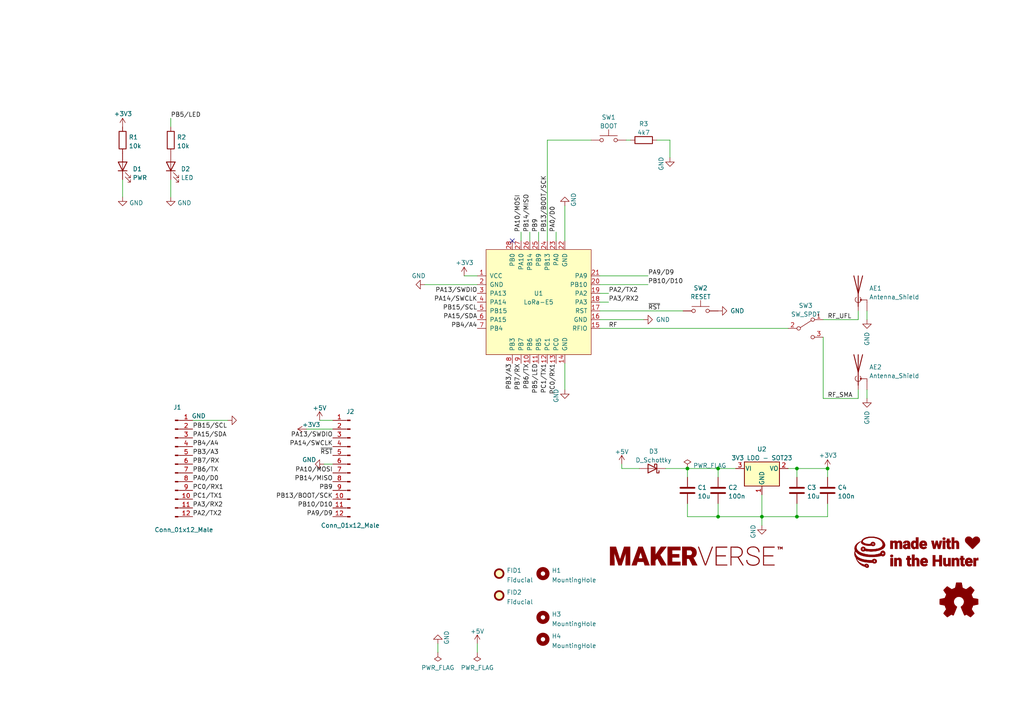
<source format=kicad_sch>
(kicad_sch (version 20211123) (generator eeschema)
  (paper "A4")
  (lib_symbols
    (symbol "Connector:Conn_01x12_Male" (pin_names (offset 1.016) hide)
      (property "Reference" "J" (at 0 15.24 0))
      (property "Value" "Conn_01x12_Male" (at 0 -17.78 0))
      (symbol "Conn_01x12_Male_1_1"
        (pin passive line (at 5.08 12.7 180) (length 3.81) (name "Pin_1") (number "1"))
        (pin passive line (at 5.08 -10.16 180) (length 3.81) (name "Pin_10") (number "10"))
        (pin passive line (at 5.08 -12.7 180) (length 3.81) (name "Pin_11") (number "11"))
        (pin passive line (at 5.08 -15.24 180) (length 3.81) (name "Pin_12") (number "12"))
        (pin passive line (at 5.08 10.16 180) (length 3.81) (name "Pin_2") (number "2"))
        (pin passive line (at 5.08 7.62 180) (length 3.81) (name "Pin_3") (number "3"))
        (pin passive line (at 5.08 5.08 180) (length 3.81) (name "Pin_4") (number "4"))
        (pin passive line (at 5.08 2.54 180) (length 3.81) (name "Pin_5") (number "5"))
        (pin passive line (at 5.08 0 180) (length 3.81) (name "Pin_6") (number "6"))
        (pin passive line (at 5.08 -2.54 180) (length 3.81) (name "Pin_7") (number "7"))
        (pin passive line (at 5.08 -5.08 180) (length 3.81) (name "Pin_8") (number "8"))
        (pin passive line (at 5.08 -7.62 180) (length 3.81) (name "Pin_9") (number "9"))
      )
    )
    (symbol "CoreElectronics_Artwork:LOGO_CoreElectronics_made-with-love" (pin_names (offset 1.016)))
    (symbol "CoreElectronics_Artwork:LOGO_Makerverse" (pin_names (offset 1.016)))
    (symbol "Device:Antenna_Shield" (pin_numbers hide) (pin_names (offset 1.016) hide)
      (property "Reference" "AE" (at -1.905 4.445 0))
      (property "Value" "Antenna_Shield" (at -1.905 2.54 0))
      (symbol "Antenna_Shield_1_1"
        (pin input line (at 0 -5.08 90) (length 2.54) (name "A") (number "1"))
        (pin input line (at 2.54 -5.08 90) (length 2.54) (name "Shield") (number "2"))
      )
    )
    (symbol "Device:C" (pin_numbers hide) (pin_names (offset 0.254))
      (property "Reference" "C" (at 0.635 2.54 0))
      (property "Value" "C" (at 0.635 -2.54 0))
      (symbol "C_1_1"
        (pin passive line (at 0 3.81 270) (length 2.794) (name "~") (number "1"))
        (pin passive line (at 0 -3.81 90) (length 2.794) (name "~") (number "2"))
      )
    )
    (symbol "Device:D_Schottky" (pin_numbers hide) (pin_names (offset 1.016) hide)
      (property "Reference" "D" (at 0 2.54 0))
      (property "Value" "D_Schottky" (at 0 -2.54 0))
      (symbol "D_Schottky_1_1"
        (pin passive line (at -3.81 0 0) (length 2.54) (name "K") (number "1"))
        (pin passive line (at 3.81 0 180) (length 2.54) (name "A") (number "2"))
      )
    )
    (symbol "Device:LED" (pin_numbers hide) (pin_names (offset 1.016) hide)
      (property "Reference" "D" (at 0 2.54 0))
      (property "Value" "LED" (at 0 -2.54 0))
      (symbol "LED_1_1"
        (pin passive line (at -3.81 0 0) (length 2.54) (name "K") (number "1"))
        (pin passive line (at 3.81 0 180) (length 2.54) (name "A") (number "2"))
      )
    )
    (symbol "Device:R" (pin_numbers hide) (pin_names (offset 0))
      (property "Reference" "R" (at 2.032 0 90))
      (property "Value" "R" (at 0 0 90))
      (symbol "R_1_1"
        (pin passive line (at 0 3.81 270) (length 1.27) (name "~") (number "1"))
        (pin passive line (at 0 -3.81 90) (length 1.27) (name "~") (number "2"))
      )
    )
    (symbol "Graphic:Logo_Open_Hardware_Small" (pin_names (offset 1.016)))
    (symbol "LoRa-E5:LoRa-E5" (pin_names (offset 1.016))
      (property "Reference" "U" (at 0 0 0))
      (property "Value" "LoRa-E5" (at 0 2.54 0))
      (symbol "LoRa-E5_1_1"
        (pin input line (at -17.78 7.62 0) (length 2.54) (name "VCC") (number "1"))
        (pin input line (at -2.54 -17.78 90) (length 2.54) (name "PB6") (number "10"))
        (pin input line (at 0 -17.78 90) (length 2.54) (name "PB5") (number "11"))
        (pin input line (at 2.54 -17.78 90) (length 2.54) (name "PC1") (number "12"))
        (pin input line (at 5.08 -17.78 90) (length 2.54) (name "PC0") (number "13"))
        (pin input line (at 7.62 -17.78 90) (length 2.54) (name "GND") (number "14"))
        (pin input line (at 17.78 -7.62 180) (length 2.54) (name "RFIO") (number "15"))
        (pin input line (at 17.78 -5.08 180) (length 2.54) (name "GND") (number "16"))
        (pin input line (at 17.78 -2.54 180) (length 2.54) (name "RST") (number "17"))
        (pin input line (at 17.78 0 180) (length 2.54) (name "PA3") (number "18"))
        (pin input line (at 17.78 2.54 180) (length 2.54) (name "PA2") (number "19"))
        (pin input line (at -17.78 5.08 0) (length 2.54) (name "GND") (number "2"))
        (pin input line (at 17.78 5.08 180) (length 2.54) (name "PB10") (number "20"))
        (pin input line (at 17.78 7.62 180) (length 2.54) (name "PA9") (number "21"))
        (pin input line (at 7.62 17.78 270) (length 2.54) (name "GND") (number "22"))
        (pin input line (at 5.08 17.78 270) (length 2.54) (name "PA0") (number "23"))
        (pin input line (at 2.54 17.78 270) (length 2.54) (name "PB13~{}") (number "24"))
        (pin input line (at 0 17.78 270) (length 2.54) (name "PB9") (number "25"))
        (pin input line (at -2.54 17.78 270) (length 2.54) (name "PB14") (number "26"))
        (pin input line (at -5.08 17.78 270) (length 2.54) (name "PA10") (number "27"))
        (pin input line (at -7.62 17.78 270) (length 2.54) (name "PB0") (number "28"))
        (pin input line (at -17.78 2.54 0) (length 2.54) (name "PA13") (number "3"))
        (pin input line (at -17.78 0 0) (length 2.54) (name "PA14") (number "4"))
        (pin input line (at -17.78 -2.54 0) (length 2.54) (name "PB15") (number "5"))
        (pin input line (at -17.78 -5.08 0) (length 2.54) (name "PA15") (number "6"))
        (pin input line (at -17.78 -7.62 0) (length 2.54) (name "PB4") (number "7"))
        (pin input line (at -7.62 -17.78 90) (length 2.54) (name "PB3") (number "8"))
        (pin input line (at -5.08 -17.78 90) (length 2.54) (name "PB7") (number "9"))
      )
    )
    (symbol "Mechanical:Fiducial"
      (property "Reference" "FID" (at 0 5.08 0))
      (property "Value" "Fiducial" (at 0 3.175 0))
    )
    (symbol "Mechanical:MountingHole" (pin_names (offset 1.016))
      (property "Reference" "H" (at 0 5.08 0))
      (property "Value" "MountingHole" (at 0 3.175 0))
    )
    (symbol "Regulator_Linear:AMS1117-3.3" (pin_names (offset 0.254))
      (property "Reference" "U" (at -3.81 3.175 0))
      (property "Value" "AMS1117-3.3" (at 0 3.175 0))
      (symbol "AMS1117-3.3_1_1"
        (pin power_in line (at 0 -7.62 90) (length 2.54) (name "GND") (number "1"))
        (pin power_out line (at 7.62 0 180) (length 2.54) (name "VO") (number "2"))
        (pin power_in line (at -7.62 0 0) (length 2.54) (name "VI") (number "3"))
      )
    )
    (symbol "Switch:SW_Push" (pin_numbers hide) (pin_names (offset 1.016) hide)
      (property "Reference" "SW" (at 1.27 2.54 0))
      (property "Value" "SW_Push" (at 0 -1.524 0))
      (symbol "SW_Push_0_1"
        (pin passive line (at -5.08 0 0) (length 2.54) (name "1") (number "1"))
        (pin passive line (at 5.08 0 180) (length 2.54) (name "2") (number "2"))
      )
    )
    (symbol "Switch:SW_SPDT" (pin_names (offset 0) hide)
      (property "Reference" "SW" (at 0 4.318 0))
      (property "Value" "SW_SPDT" (at 0 -5.08 0))
      (symbol "SW_SPDT_1_1"
        (pin passive line (at 5.08 2.54 180) (length 2.54) (name "A") (number "1"))
        (pin passive line (at -5.08 0 0) (length 2.54) (name "B") (number "2"))
        (pin passive line (at 5.08 -2.54 180) (length 2.54) (name "C") (number "3"))
      )
    )
    (symbol "power:+3V3" (power) (pin_names (offset 0))
      (property "Value" "+3V3" (at 0 3.556 0))
      (symbol "+3V3_1_1"
        (pin power_in line (at 0 0 90) (length 0) hide (name "+3V3") (number "1"))
      )
    )
    (symbol "power:+5V" (power) (pin_names (offset 0))
      (property "Value" "+5V" (at 0 3.556 0))
      (symbol "+5V_1_1"
        (pin power_in line (at 0 0 90) (length 0) hide (name "+5V") (number "1"))
      )
    )
    (symbol "power:GND" (power) (pin_names (offset 0))
      (property "Value" "GND" (at 0 -3.81 0))
      (symbol "GND_1_1"
        (pin power_in line (at 0 0 270) (length 0) hide (name "GND") (number "1"))
      )
    )
    (symbol "power:PWR_FLAG" (power) (pin_numbers hide) (pin_names (offset 0) hide)
      (property "Value" "PWR_FLAG" (at 0 3.81 0))
      (symbol "PWR_FLAG_0_0"
        (pin power_out line (at 0 0 90) (length 0) (name "pwr") (number "1"))
      )
    )
  )
  (junction (at 231.14 149.86))
  (junction (at 199.39 135.89))
  (junction (at 231.14 135.89))
  (junction (at 208.28 135.89))
  (junction (at 208.28 149.86))
  (junction (at 220.98 149.86))
  (junction (at 240.03 135.89))
  (no_connect (at 148.59 69.85))
  (wire (pts (xy 238.76 115.57) (xy 248.92 115.57)))
  (wire (pts (xy 123.19 82.55) (xy 138.43 82.55)))
  (wire (pts (xy 173.99 90.17) (xy 198.12 90.17)))
  (wire (pts (xy 134.62 80.01) (xy 138.43 80.01)))
  (wire (pts (xy 173.99 82.55) (xy 187.96 82.55)))
  (wire (pts (xy 88.9 124.46) (xy 96.52 124.46)))
  (wire (pts (xy 171.45 40.64) (xy 158.75 40.64)))
  (wire (pts (xy 193.04 135.89) (xy 199.39 135.89)))
  (wire (pts (xy 199.39 135.89) (xy 208.28 135.89)))
  (wire (pts (xy 208.28 135.89) (xy 208.28 138.43)))
  (wire (pts (xy 208.28 149.86) (xy 220.98 149.86)))
  (wire (pts (xy 176.53 85.09) (xy 173.99 85.09)))
  (wire (pts (xy 163.83 59.69) (xy 163.83 69.85)))
  (wire (pts (xy 240.03 135.89) (xy 240.03 138.43)))
  (wire (pts (xy 138.43 186.69) (xy 138.43 189.23)))
  (wire (pts (xy 199.39 149.86) (xy 208.28 149.86)))
  (wire (pts (xy 55.88 121.92) (xy 66.04 121.92)))
  (wire (pts (xy 173.99 95.25) (xy 228.6 95.25)))
  (wire (pts (xy 238.76 97.79) (xy 238.76 115.57)))
  (wire (pts (xy 93.98 134.62) (xy 96.52 134.62)))
  (wire (pts (xy 240.03 149.86) (xy 240.03 146.05)))
  (wire (pts (xy 180.34 134.62) (xy 180.34 135.89)))
  (wire (pts (xy 163.83 105.41) (xy 163.83 113.03)))
  (wire (pts (xy 220.98 143.51) (xy 220.98 149.86)))
  (wire (pts (xy 199.39 146.05) (xy 199.39 149.86)))
  (wire (pts (xy 248.92 115.57) (xy 248.92 113.03)))
  (wire (pts (xy 248.92 92.71) (xy 248.92 90.17)))
  (wire (pts (xy 49.53 34.29) (xy 49.53 36.83)))
  (wire (pts (xy 151.13 67.31) (xy 151.13 69.85)))
  (wire (pts (xy 208.28 135.89) (xy 213.36 135.89)))
  (wire (pts (xy 231.14 135.89) (xy 240.03 135.89)))
  (wire (pts (xy 231.14 135.89) (xy 231.14 138.43)))
  (wire (pts (xy 194.31 45.72) (xy 194.31 40.64)))
  (wire (pts (xy 194.31 40.64) (xy 190.5 40.64)))
  (wire (pts (xy 35.56 57.15) (xy 35.56 52.07)))
  (wire (pts (xy 251.46 113.03) (xy 251.46 115.57)))
  (wire (pts (xy 158.75 40.64) (xy 158.75 69.85)))
  (wire (pts (xy 231.14 146.05) (xy 231.14 149.86)))
  (wire (pts (xy 161.29 67.31) (xy 161.29 69.85)))
  (wire (pts (xy 251.46 90.17) (xy 251.46 92.71)))
  (wire (pts (xy 181.61 40.64) (xy 182.88 40.64)))
  (wire (pts (xy 238.76 92.71) (xy 248.92 92.71)))
  (wire (pts (xy 231.14 149.86) (xy 240.03 149.86)))
  (wire (pts (xy 208.28 149.86) (xy 208.28 146.05)))
  (wire (pts (xy 153.67 67.31) (xy 153.67 69.85)))
  (wire (pts (xy 92.71 121.92) (xy 96.52 121.92)))
  (wire (pts (xy 156.21 67.31) (xy 156.21 69.85)))
  (wire (pts (xy 127 186.69) (xy 127 189.23)))
  (wire (pts (xy 49.53 57.15) (xy 49.53 52.07)))
  (wire (pts (xy 173.99 92.71) (xy 186.69 92.71)))
  (wire (pts (xy 220.98 149.86) (xy 220.98 152.4)))
  (wire (pts (xy 220.98 149.86) (xy 231.14 149.86)))
  (wire (pts (xy 173.99 80.01) (xy 187.96 80.01)))
  (wire (pts (xy 228.6 135.89) (xy 231.14 135.89)))
  (wire (pts (xy 199.39 135.89) (xy 199.39 138.43)))
  (wire (pts (xy 176.53 87.63) (xy 173.99 87.63)))
  (wire (pts (xy 180.34 135.89) (xy 185.42 135.89)))
  (label "PA3{slash}RX2" (at 176.53 87.63 0))
  (label "PA0{slash}D0" (at 161.29 67.31 90))
  (label "RF_UFL" (at 240.03 92.71 0))
  (label "PB10{slash}D10" (at 96.52 147.32 180))
  (label "PB3{slash}A3" (at 55.88 132.08 0))
  (label "~{RST}" (at 96.52 132.08 180))
  (label "PC1{slash}TX1" (at 158.75 105.41 270))
  (label "PB13{slash}BOOT{slash}SCK" (at 158.75 67.31 90))
  (label "PB5{slash}LED" (at 49.53 34.29 0))
  (label "PB7{slash}RX" (at 151.13 105.41 270))
  (label "PC1{slash}TX1" (at 55.88 144.78 0))
  (label "PB14{slash}MISO" (at 153.67 67.31 90))
  (label "PA0{slash}D0" (at 55.88 139.7 0))
  (label "PB15{slash}SCL" (at 55.88 124.46 0))
  (label "PB4{slash}A4" (at 55.88 129.54 0))
  (label "PB6{slash}TX" (at 153.67 105.41 270))
  (label "PA15{slash}SDA" (at 55.88 127 0))
  (label "PB5{slash}LED" (at 156.21 105.41 270))
  (label "RF_SMA" (at 240.03 115.57 0))
  (label "PA2{slash}TX2" (at 55.88 149.86 0))
  (label "PA14{slash}SWCLK" (at 96.52 129.54 180))
  (label "PB13{slash}BOOT{slash}SCK" (at 96.52 144.78 180))
  (label "PB4{slash}A4" (at 138.43 95.25 180))
  (label "PA10{slash}MOSI" (at 151.13 67.31 90))
  (label "PA9{slash}D9" (at 187.96 80.01 0))
  (label "PB3{slash}A3" (at 148.59 105.41 270))
  (label "PC0{slash}RX1" (at 55.88 142.24 0))
  (label "PA15{slash}SDA" (at 138.43 92.71 180))
  (label "PB9" (at 96.52 142.24 180))
  (label "PB9" (at 156.21 67.31 90))
  (label "PB15{slash}SCL" (at 138.43 90.17 180))
  (label "PB14{slash}MISO" (at 96.52 139.7 180))
  (label "PB7{slash}RX" (at 55.88 134.62 0))
  (label "PA13{slash}SWDIO" (at 138.43 85.09 180))
  (label "PA10{slash}MOSI" (at 96.52 137.16 180))
  (label "PA3{slash}RX2" (at 55.88 147.32 0))
  (label "PA2{slash}TX2" (at 176.53 85.09 0))
  (label "PC0{slash}RX1" (at 161.29 105.41 270))
  (label "~{RST}" (at 187.96 90.17 0))
  (label "PA9{slash}D9" (at 96.52 149.86 180))
  (label "PA13{slash}SWDIO" (at 96.52 127 180))
  (label "PB10{slash}D10" (at 187.96 82.55 0))
  (label "PA14{slash}SWCLK" (at 138.43 87.63 180))
  (label "PB6{slash}TX" (at 55.88 137.16 0))
  (label "RF" (at 176.53 95.25 0))
  (symbol (lib_id "Switch:SW_Push") (at 203.2 90.17 0) (unit 1)
    (property "Reference" "SW2" (at 203.2 83.5492 0))
    (property "Value" "RESET" (at 203.2 86.0861 0))
    (property "Footprint" "Button_Switch_SMD:SW_SPST_TL3342" (effects hide))
  )
  (symbol (lib_id "Device:C") (at 208.28 142.24 0) (unit 1)
    (property "Reference" "C2" (at 211.201 141.4053 0) (effects (justify left)))
    (property "Value" "100n" (at 211.201 143.9422 0) (effects (justify left)))
    (property "Footprint" "Capacitor_SMD:C_0402_1005Metric" (effects hide))
  )
  (symbol (lib_id "Mechanical:MountingHole") (at 157.48 185.42 0) (unit 1)
    (property "Reference" "H4" (at 160.02 184.5115 0) (effects (justify left)))
    (property "Value" "MountingHole" (at 160.02 187.2866 0) (effects (justify left)))
    (property "Footprint" "MountingHole:MountingHole_3.2mm_M3" (effects hide))
  )
  (symbol (lib_id "power:GND") (at 127 186.69 180) (unit 1)
    (property "Reference" "#PWR0103" (effects hide))
    (property "Value" "GND" (at 129.54 182.88 90) (effects (justify left)))
  )
  (symbol (lib_id "power:+3V3") (at 35.56 36.83 0) (unit 1)
    (property "Reference" "#PWR01" (effects hide))
    (property "Value" "+3V3" (at 33.02 33.02 0) (effects (justify left)))
  )
  (symbol (lib_id "power:+3V3") (at 134.62 80.01 0) (unit 1)
    (property "Reference" "#PWR06" (effects hide))
    (property "Value" "+3V3" (at 132.08 76.2 0) (effects (justify left)))
  )
  (symbol (lib_id "Device:C") (at 231.14 142.24 0) (unit 1)
    (property "Reference" "C3" (at 234.061 141.4053 0) (effects (justify left)))
    (property "Value" "10u" (at 234.061 143.9422 0) (effects (justify left)))
    (property "Footprint" "Capacitor_SMD:C_0603_1608Metric" (effects hide))
  )
  (symbol (lib_id "Mechanical:Fiducial") (at 144.78 172.72 0) (unit 1)
    (property "Reference" "FID2" (at 146.939 171.8115 0) (effects (justify left)))
    (property "Value" "Fiducial" (at 146.939 174.5866 0) (effects (justify left)))
    (property "Footprint" "Fiducial:Fiducial_1mm_Mask2mm" (effects hide))
  )
  (symbol (lib_id "power:PWR_FLAG") (at 138.43 189.23 180) (unit 1)
    (property "Reference" "#FLG0102" (effects hide))
    (property "Value" "PWR_FLAG" (at 138.43 193.6734 0))
  )
  (symbol (lib_id "power:+5V") (at 180.34 134.62 0) (unit 1)
    (property "Reference" "#PWR016" (effects hide))
    (property "Value" "+5V" (at 180.34 131.0442 0))
  )
  (symbol (lib_id "Connector:Conn_01x12_Male") (at 101.6 134.62 0) (mirror y) (unit 1)
    (property "Reference" "J2" (at 101.6 119.38 0))
    (property "Value" "Conn_01x12_Male" (at 101.6 152.4 0))
    (property "Footprint" "Connector_PinHeader_2.54mm:PinHeader_1x12_P2.54mm_Vertical" (effects hide))
  )
  (symbol (lib_id "CoreElectronics_Artwork:LOGO_CoreElectronics_made-with-love") (at 266.7 160.02 0) (unit 1)
    (property "Reference" "G2" (effects hide))
    (property "Value" "LOGO_CoreElectronics_made-with-love" (effects hide))
    (property "Footprint" "CoreElectronics_Artwork:makerverse_logo_35.8x4.2mm" (effects hide))
  )
  (symbol (lib_id "power:PWR_FLAG") (at 127 189.23 180) (unit 1)
    (property "Reference" "#FLG0103" (effects hide))
    (property "Value" "PWR_FLAG" (at 127 193.6734 0))
  )
  (symbol (lib_id "power:PWR_FLAG") (at 199.39 135.89 0) (unit 1)
    (property "Reference" "#FLG0104" (effects hide))
    (property "Value" "PWR_FLAG" (at 201.041 135.0538 0) (effects (justify left)))
  )
  (symbol (lib_id "power:GND") (at 163.83 113.03 0) (unit 1)
    (property "Reference" "#PWR011" (effects hide))
    (property "Value" "GND" (at 161.29 116.84 90) (effects (justify left)))
  )
  (symbol (lib_id "Switch:SW_SPDT") (at 233.68 95.25 0) (unit 1)
    (property "Reference" "SW3" (at 233.68 88.6292 0))
    (property "Value" "SW_SPDT" (at 233.68 91.1661 0))
    (property "Footprint" "CoreElectronics_Components:Jumper_Resistor_SPDT_0603_1608Metric" (effects hide))
  )
  (symbol (lib_id "LoRa-E5:LoRa-E5") (at 156.21 87.63 0) (unit 1)
    (property "Reference" "U1" (at 156.21 85.09 0))
    (property "Value" "LoRa-E5" (at 156.21 87.63 0))
    (property "Footprint" "LoRa-E5:LoRa-E5" (effects hide))
  )
  (symbol (lib_id "power:+5V") (at 138.43 186.69 0) (unit 1)
    (property "Reference" "#PWR0101" (effects hide))
    (property "Value" "+5V" (at 138.43 183.1142 0))
  )
  (symbol (lib_id "power:GND") (at 186.69 92.71 90) (unit 1)
    (property "Reference" "#PWR09" (effects hide))
    (property "Value" "GND" (at 194.31 92.71 90) (effects (justify left)))
  )
  (symbol (lib_id "power:GND") (at 194.31 45.72 0) (unit 1)
    (property "Reference" "#PWR02" (effects hide))
    (property "Value" "GND" (at 191.77 49.53 90) (effects (justify left)))
  )
  (symbol (lib_id "power:+3V3") (at 88.9 124.46 90) (unit 1)
    (property "Reference" "#PWR014" (effects hide))
    (property "Value" "+3V3" (at 87.63 123.19 90) (effects (justify right)))
  )
  (symbol (lib_id "power:GND") (at 93.98 134.62 270) (unit 1)
    (property "Reference" "#PWR015" (effects hide))
    (property "Value" "GND" (at 87.63 133.35 90) (effects (justify left)))
  )
  (symbol (lib_id "Mechanical:Fiducial") (at 144.78 166.37 0) (unit 1)
    (property "Reference" "FID1" (at 146.939 165.4615 0) (effects (justify left)))
    (property "Value" "Fiducial" (at 146.939 168.2366 0) (effects (justify left)))
    (property "Footprint" "Fiducial:Fiducial_1mm_Mask2mm" (effects hide))
  )
  (symbol (lib_id "Device:C") (at 240.03 142.24 0) (unit 1)
    (property "Reference" "C4" (at 242.951 141.4053 0) (effects (justify left)))
    (property "Value" "100n" (at 242.951 143.9422 0) (effects (justify left)))
    (property "Footprint" "Capacitor_SMD:C_0402_1005Metric" (effects hide))
  )
  (symbol (lib_id "Mechanical:MountingHole") (at 157.48 166.37 0) (unit 1)
    (property "Reference" "H1" (at 160.02 165.4615 0) (effects (justify left)))
    (property "Value" "MountingHole" (at 160.02 168.2366 0) (effects (justify left)))
    (property "Footprint" "MountingHole:MountingHole_3.2mm_M3" (effects hide))
  )
  (symbol (lib_id "power:GND") (at 66.04 121.92 90) (unit 1)
    (property "Reference" "#PWR012" (effects hide))
    (property "Value" "GND" (at 59.69 120.65 90) (effects (justify left)))
  )
  (symbol (lib_id "Device:C") (at 199.39 142.24 0) (unit 1)
    (property "Reference" "C1" (at 202.311 141.4053 0) (effects (justify left)))
    (property "Value" "10u" (at 202.311 143.9422 0) (effects (justify left)))
    (property "Footprint" "Capacitor_SMD:C_0603_1608Metric" (effects hide))
  )
  (symbol (lib_id "power:GND") (at 35.56 57.15 0) (unit 1)
    (property "Reference" "#PWR03" (effects hide))
    (property "Value" "GND" (at 37.465 58.8538 0) (effects (justify left)))
  )
  (symbol (lib_id "Regulator_Linear:AMS1117-3.3") (at 220.98 135.89 0) (unit 1)
    (property "Reference" "U2" (at 220.98 130.2852 0))
    (property "Value" "3V3 LDO - SOT23" (at 220.98 132.8221 0))
    (property "Footprint" "Package_TO_SOT_SMD:SOT-23" (effects hide))
    (property "Datasheet" "http://www.advanced-monolithic.com/pdf/ds1117.pdf" (effects hide))
  )
  (symbol (lib_id "Device:LED") (at 49.53 48.26 90) (unit 1)
    (property "Reference" "D2" (at 52.451 49.0128 90) (effects (justify right)))
    (property "Value" "LED" (at 52.451 51.5497 90) (effects (justify right)))
    (property "Footprint" "LED_SMD:LED_0603_1608Metric" (effects hide))
  )
  (symbol (lib_id "Mechanical:MountingHole") (at 157.48 179.07 0) (unit 1)
    (property "Reference" "H3" (at 160.02 178.1615 0) (effects (justify left)))
    (property "Value" "MountingHole" (at 160.02 180.9366 0) (effects (justify left)))
    (property "Footprint" "MountingHole:MountingHole_3.2mm_M3" (effects hide))
  )
  (symbol (lib_id "power:+3V3") (at 240.03 135.89 0) (unit 1)
    (property "Reference" "#PWR017" (effects hide))
    (property "Value" "+3V3" (at 237.49 132.08 0) (effects (justify left)))
  )
  (symbol (lib_id "Device:R") (at 49.53 40.64 180) (unit 1)
    (property "Reference" "R2" (at 51.308 39.8053 0) (effects (justify right)))
    (property "Value" "10k" (at 51.308 42.3422 0) (effects (justify right)))
    (property "Footprint" "Resistor_SMD:R_0402_1005Metric" (effects hide))
  )
  (symbol (lib_id "Switch:SW_Push") (at 176.53 40.64 0) (unit 1)
    (property "Reference" "SW1" (at 176.53 34.0192 0))
    (property "Value" "BOOT" (at 176.53 36.5561 0))
    (property "Footprint" "Button_Switch_SMD:SW_SPST_TL3342" (effects hide))
  )
  (symbol (lib_id "Device:Antenna_Shield") (at 248.92 85.09 0) (unit 1)
    (property "Reference" "AE1" (at 252.095 83.6203 0) (effects (justify left)))
    (property "Value" "Antenna_Shield" (at 252.095 86.1572 0) (effects (justify left)))
    (property "Footprint" "Connector_Coaxial:U.FL_Hirose_U.FL-R-SMT-1_Vertical" (effects hide))
  )
  (symbol (lib_id "Device:D_Schottky") (at 189.23 135.89 180) (unit 1)
    (property "Reference" "D3" (at 189.5475 130.9202 0))
    (property "Value" "D_Schottky" (at 189.5475 133.4571 0))
    (property "Footprint" "Diode_SMD:D_SMA" (effects hide))
  )
  (symbol (lib_id "Device:LED") (at 35.56 48.26 90) (unit 1)
    (property "Reference" "D1" (at 38.481 49.0128 90) (effects (justify right)))
    (property "Value" "PWR" (at 38.481 51.5497 90) (effects (justify right)))
    (property "Footprint" "LED_SMD:LED_0603_1608Metric" (effects hide))
  )
  (symbol (lib_id "power:GND") (at 251.46 92.71 0) (unit 1)
    (property "Reference" "#PWR010" (effects hide))
    (property "Value" "GND" (at 251.46 100.33 90) (effects (justify left)))
  )
  (symbol (lib_id "power:GND") (at 220.98 152.4 0) (unit 1)
    (property "Reference" "#PWR018" (effects hide))
    (property "Value" "GND" (at 218.44 156.21 90) (effects (justify left)))
  )
  (symbol (lib_id "power:+5V") (at 92.71 121.92 0) (unit 1)
    (property "Reference" "#PWR013" (effects hide))
    (property "Value" "+5V" (at 92.71 118.3442 0))
  )
  (symbol (lib_id "power:GND") (at 163.83 59.69 180) (unit 1)
    (property "Reference" "#PWR05" (effects hide))
    (property "Value" "GND" (at 166.37 55.88 90) (effects (justify left)))
  )
  (symbol (lib_id "power:GND") (at 123.19 82.55 270) (unit 1)
    (property "Reference" "#PWR07" (effects hide))
    (property "Value" "GND" (at 119.38 80.01 90) (effects (justify left)))
  )
  (symbol (lib_id "Graphic:Logo_Open_Hardware_Small") (at 278.13 174.625 0) (unit 1)
    (property "Reference" "LOGO1" (effects hide))
    (property "Value" "Logo_Open_Hardware_Small" (effects hide))
    (property "Footprint" "CoreElectronics_Artwork:oshw_3.9x3.5mm" (effects hide))
  )
  (symbol (lib_id "Device:R") (at 186.69 40.64 90) (unit 1)
    (property "Reference" "R3" (at 186.69 35.9242 90))
    (property "Value" "4k7" (at 186.69 38.4611 90))
    (property "Footprint" "Resistor_SMD:R_0402_1005Metric" (effects hide))
  )
  (symbol (lib_id "power:GND") (at 251.46 115.57 0) (unit 1)
    (property "Reference" "#PWR0102" (effects hide))
    (property "Value" "GND" (at 251.46 123.19 90) (effects (justify left)))
  )
  (symbol (lib_id "Device:Antenna_Shield") (at 248.92 107.95 0) (unit 1)
    (property "Reference" "AE2" (at 252.095 106.4803 0) (effects (justify left)))
    (property "Value" "Antenna_Shield" (at 252.095 109.0172 0) (effects (justify left)))
    (property "Footprint" "CoreElectronics_Components:Conn_RF_SMA_EdgeMount" (effects hide))
  )
  (symbol (lib_id "power:GND") (at 208.28 90.17 90) (unit 1)
    (property "Reference" "#PWR08" (effects hide))
    (property "Value" "GND" (at 215.9 90.17 90) (effects (justify left)))
  )
  (symbol (lib_id "CoreElectronics_Artwork:LOGO_Makerverse") (at 201.93 161.29 0) (unit 1)
    (property "Reference" "G1" (effects hide))
    (property "Value" "LOGO_Makerverse" (effects hide))
    (property "Footprint" "CoreElectronics_Artwork:makerverse_logo_short_14.0x2.4mm" (effects hide))
  )
  (symbol (lib_id "Connector:Conn_01x12_Male") (at 50.8 134.62 0) (unit 1)
    (property "Reference" "J1" (at 51.435 118.144 0))
    (property "Value" "Conn_01x12_Male" (at 53.34 153.67 0))
    (property "Footprint" "Connector_PinHeader_2.54mm:PinHeader_1x12_P2.54mm_Vertical" (effects hide))
  )
  (symbol (lib_id "Device:R") (at 35.56 40.64 180) (unit 1)
    (property "Reference" "R1" (at 37.338 39.8053 0) (effects (justify right)))
    (property "Value" "10k" (at 37.338 42.3422 0) (effects (justify right)))
    (property "Footprint" "Resistor_SMD:R_0402_1005Metric" (effects hide))
  )
  (symbol (lib_id "power:GND") (at 49.53 57.15 0) (unit 1)
    (property "Reference" "#PWR04" (effects hide))
    (property "Value" "GND" (at 51.435 58.8538 0) (effects (justify left)))
  )
)
</source>
